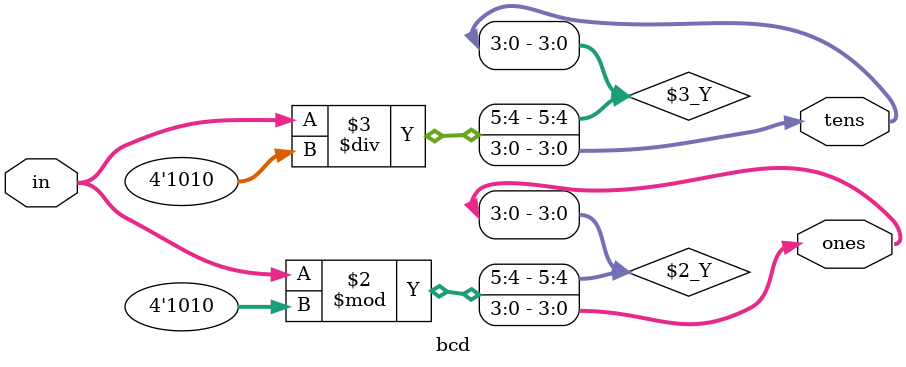
<source format=v>
module bcd (input[5:0] in,
            output reg[3:0] ones,
            output reg[3:0] tens);

always @(*) begin
    ones = in % 4'd10;
    tens = in / 4'd10;
end

endmodule

</source>
